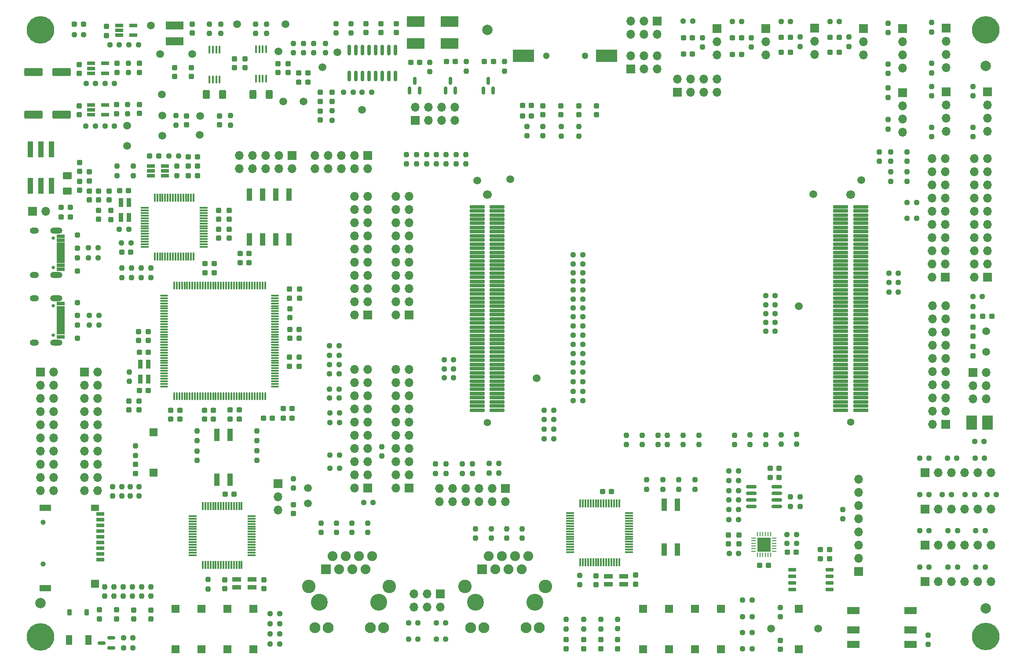
<source format=gbr>
%TF.GenerationSoftware,KiCad,Pcbnew,7.0.1*%
%TF.CreationDate,2023-05-17T15:07:38+08:00*%
%TF.ProjectId,PSVB_EvalBoard,50535642-5f45-4766-916c-426f6172642e,rev?*%
%TF.SameCoordinates,Original*%
%TF.FileFunction,Soldermask,Top*%
%TF.FilePolarity,Negative*%
%FSLAX46Y46*%
G04 Gerber Fmt 4.6, Leading zero omitted, Abs format (unit mm)*
G04 Created by KiCad (PCBNEW 7.0.1) date 2023-05-17 15:07:38*
%MOMM*%
%LPD*%
G01*
G04 APERTURE LIST*
G04 Aperture macros list*
%AMRoundRect*
0 Rectangle with rounded corners*
0 $1 Rounding radius*
0 $2 $3 $4 $5 $6 $7 $8 $9 X,Y pos of 4 corners*
0 Add a 4 corners polygon primitive as box body*
4,1,4,$2,$3,$4,$5,$6,$7,$8,$9,$2,$3,0*
0 Add four circle primitives for the rounded corners*
1,1,$1+$1,$2,$3*
1,1,$1+$1,$4,$5*
1,1,$1+$1,$6,$7*
1,1,$1+$1,$8,$9*
0 Add four rect primitives between the rounded corners*
20,1,$1+$1,$2,$3,$4,$5,0*
20,1,$1+$1,$4,$5,$6,$7,0*
20,1,$1+$1,$6,$7,$8,$9,0*
20,1,$1+$1,$8,$9,$2,$3,0*%
G04 Aperture macros list end*
%ADD10RoundRect,0.150000X0.150000X-0.587500X0.150000X0.587500X-0.150000X0.587500X-0.150000X-0.587500X0*%
%ADD11RoundRect,0.237500X0.237500X-0.300000X0.237500X0.300000X-0.237500X0.300000X-0.237500X-0.300000X0*%
%ADD12RoundRect,0.237500X0.300000X0.237500X-0.300000X0.237500X-0.300000X-0.237500X0.300000X-0.237500X0*%
%ADD13RoundRect,0.237500X0.237500X-0.250000X0.237500X0.250000X-0.237500X0.250000X-0.237500X-0.250000X0*%
%ADD14RoundRect,0.237500X0.237500X-0.287500X0.237500X0.287500X-0.237500X0.287500X-0.237500X-0.287500X0*%
%ADD15R,1.700000X1.700000*%
%ADD16O,1.700000X1.700000*%
%ADD17RoundRect,0.237500X-0.237500X0.250000X-0.237500X-0.250000X0.237500X-0.250000X0.237500X0.250000X0*%
%ADD18RoundRect,0.237500X-0.300000X-0.237500X0.300000X-0.237500X0.300000X0.237500X-0.300000X0.237500X0*%
%ADD19C,2.000000*%
%ADD20RoundRect,0.237500X-0.237500X0.300000X-0.237500X-0.300000X0.237500X-0.300000X0.237500X0.300000X0*%
%ADD21C,1.500000*%
%ADD22RoundRect,0.250000X-0.250000X0.250000X-0.250000X-0.250000X0.250000X-0.250000X0.250000X0.250000X0*%
%ADD23RoundRect,0.237500X-0.250000X-0.237500X0.250000X-0.237500X0.250000X0.237500X-0.250000X0.237500X0*%
%ADD24RoundRect,0.237500X-0.237500X0.287500X-0.237500X-0.287500X0.237500X-0.287500X0.237500X0.287500X0*%
%ADD25RoundRect,0.237500X0.250000X0.237500X-0.250000X0.237500X-0.250000X-0.237500X0.250000X-0.237500X0*%
%ADD26R,1.500000X1.500000*%
%ADD27RoundRect,0.150000X-0.150000X0.825000X-0.150000X-0.825000X0.150000X-0.825000X0.150000X0.825000X0*%
%ADD28R,1.120000X2.440000*%
%ADD29RoundRect,0.250000X1.500000X0.550000X-1.500000X0.550000X-1.500000X-0.550000X1.500000X-0.550000X0*%
%ADD30C,5.304000*%
%ADD31RoundRect,0.050000X0.500000X-1.500000X0.500000X1.500000X-0.500000X1.500000X-0.500000X-1.500000X0*%
%ADD32RoundRect,0.050000X-1.100000X-0.650000X1.100000X-0.650000X1.100000X0.650000X-1.100000X0.650000X0*%
%ADD33C,1.400000*%
%ADD34C,1.700000*%
%ADD35RoundRect,0.100000X1.300000X0.250000X-1.300000X0.250000X-1.300000X-0.250000X1.300000X-0.250000X0*%
%ADD36R,0.900000X1.750000*%
%ADD37RoundRect,0.150000X0.587500X0.150000X-0.587500X0.150000X-0.587500X-0.150000X0.587500X-0.150000X0*%
%ADD38C,0.650000*%
%ADD39RoundRect,0.070000X-0.725000X0.300000X-0.725000X-0.300000X0.725000X-0.300000X0.725000X0.300000X0*%
%ADD40RoundRect,0.070000X-0.725000X0.150000X-0.725000X-0.150000X0.725000X-0.150000X0.725000X0.150000X0*%
%ADD41O,2.340000X1.240000*%
%ADD42O,1.740000X1.240000*%
%ADD43R,1.560000X0.650000*%
%ADD44C,3.250000*%
%ADD45R,1.900000X1.900000*%
%ADD46C,1.900000*%
%ADD47C,2.100000*%
%ADD48C,2.600000*%
%ADD49RoundRect,0.250000X0.250000X-0.250000X0.250000X0.250000X-0.250000X0.250000X-0.250000X-0.250000X0*%
%ADD50R,3.500000X2.000000*%
%ADD51RoundRect,0.237500X0.287500X0.237500X-0.287500X0.237500X-0.287500X-0.237500X0.287500X-0.237500X0*%
%ADD52R,1.750000X0.900000*%
%ADD53C,1.300000*%
%ADD54RoundRect,0.050000X2.000000X1.150000X-2.000000X1.150000X-2.000000X-1.150000X2.000000X-1.150000X0*%
%ADD55RoundRect,0.062500X-0.062500X0.337500X-0.062500X-0.337500X0.062500X-0.337500X0.062500X0.337500X0*%
%ADD56RoundRect,0.062500X-0.337500X0.062500X-0.337500X-0.062500X0.337500X-0.062500X0.337500X0.062500X0*%
%ADD57R,2.600000X2.700000*%
%ADD58RoundRect,0.075000X0.075000X-0.700000X0.075000X0.700000X-0.075000X0.700000X-0.075000X-0.700000X0*%
%ADD59RoundRect,0.075000X0.700000X-0.075000X0.700000X0.075000X-0.700000X0.075000X-0.700000X-0.075000X0*%
%ADD60RoundRect,0.100000X0.100000X-0.637500X0.100000X0.637500X-0.100000X0.637500X-0.100000X-0.637500X0*%
%ADD61RoundRect,0.250000X-0.400000X-0.625000X0.400000X-0.625000X0.400000X0.625000X-0.400000X0.625000X0*%
%ADD62RoundRect,0.250001X-0.624999X0.462499X-0.624999X-0.462499X0.624999X-0.462499X0.624999X0.462499X0*%
%ADD63RoundRect,0.150000X-0.825000X-0.150000X0.825000X-0.150000X0.825000X0.150000X-0.825000X0.150000X0*%
%ADD64RoundRect,0.075000X-0.700000X-0.075000X0.700000X-0.075000X0.700000X0.075000X-0.700000X0.075000X0*%
%ADD65RoundRect,0.075000X-0.075000X-0.700000X0.075000X-0.700000X0.075000X0.700000X-0.075000X0.700000X0*%
%ADD66RoundRect,0.225000X-0.225000X-0.375000X0.225000X-0.375000X0.225000X0.375000X-0.225000X0.375000X0*%
%ADD67RoundRect,0.150000X-0.650000X-0.150000X0.650000X-0.150000X0.650000X0.150000X-0.650000X0.150000X0*%
%ADD68RoundRect,0.237500X-0.287500X-0.237500X0.287500X-0.237500X0.287500X0.237500X-0.287500X0.237500X0*%
%ADD69RoundRect,0.050000X-1.000000X-1.300000X1.000000X-1.300000X1.000000X1.300000X-1.000000X1.300000X0*%
%ADD70RoundRect,0.050000X-0.550000X-0.900000X0.550000X-0.900000X0.550000X0.900000X-0.550000X0.900000X0*%
%ADD71C,1.000000*%
%ADD72R,1.600000X0.700000*%
%ADD73R,1.500000X1.200000*%
%ADD74R,2.200000X1.200000*%
%ADD75R,1.500000X1.600000*%
%ADD76RoundRect,0.050000X-1.660000X0.750000X-1.660000X-0.750000X1.660000X-0.750000X1.660000X0.750000X0*%
%ADD77RoundRect,0.075000X-0.662500X-0.075000X0.662500X-0.075000X0.662500X0.075000X-0.662500X0.075000X0*%
%ADD78RoundRect,0.075000X-0.075000X-0.662500X0.075000X-0.662500X0.075000X0.662500X-0.075000X0.662500X0*%
G04 APERTURE END LIST*
D10*
%TO.C,U7*%
X125084800Y-45743100D03*
X126984800Y-45743100D03*
X126034800Y-43868100D03*
%TD*%
D11*
%TO.C,C17*%
X116713000Y-34578400D03*
X116713000Y-32853400D03*
%TD*%
D12*
%TO.C,C62*%
X80821700Y-109067600D03*
X79096700Y-109067600D03*
%TD*%
D13*
%TO.C,R102*%
X225552000Y-34450500D03*
X225552000Y-32625500D03*
%TD*%
D11*
%TO.C,C15*%
X122555000Y-34579500D03*
X122555000Y-32854500D03*
%TD*%
D14*
%TO.C,L4*%
X65227200Y-66813400D03*
X65227200Y-65063400D03*
%TD*%
%TO.C,LED12*%
X75285600Y-147585400D03*
X75285600Y-145835400D03*
%TD*%
D15*
%TO.C,J9*%
X125000000Y-122326400D03*
D16*
X122460000Y-122326400D03*
X125000000Y-119786400D03*
X122460000Y-119786400D03*
X125000000Y-117246400D03*
X122460000Y-117246400D03*
X125000000Y-114706400D03*
X122460000Y-114706400D03*
X125000000Y-112166400D03*
X122460000Y-112166400D03*
X125000000Y-109626400D03*
X122460000Y-109626400D03*
X125000000Y-107086400D03*
X122460000Y-107086400D03*
X125000000Y-104546400D03*
X122460000Y-104546400D03*
X125000000Y-102006400D03*
X122460000Y-102006400D03*
X125000000Y-99466400D03*
X122460000Y-99466400D03*
%TD*%
D17*
%TO.C,R72*%
X198374000Y-124055500D03*
X198374000Y-125880500D03*
%TD*%
D18*
%TO.C,C28*%
X58014700Y-70104000D03*
X59739700Y-70104000D03*
%TD*%
D14*
%TO.C,LED11*%
X71983600Y-147585400D03*
X71983600Y-145835400D03*
%TD*%
D19*
%TO.C,MARK1*%
X54000000Y-144500000D03*
%TD*%
D20*
%TO.C,C21*%
X110185200Y-46076700D03*
X110185200Y-47801700D03*
%TD*%
D11*
%TO.C,C7*%
X66751200Y-35101700D03*
X66751200Y-33376700D03*
%TD*%
D12*
%TO.C,C93*%
X198347500Y-35433000D03*
X196622500Y-35433000D03*
%TD*%
%TO.C,C52*%
X92251700Y-107289600D03*
X90526700Y-107289600D03*
%TD*%
D13*
%TO.C,R186*%
X134010400Y-59891300D03*
X134010400Y-58066300D03*
%TD*%
D11*
%TO.C,C77*%
X97028000Y-141730900D03*
X97028000Y-140005900D03*
%TD*%
D21*
%TO.C,TP13*%
X77470000Y-54406800D03*
%TD*%
D17*
%TO.C,R84*%
X161848800Y-147677500D03*
X161848800Y-149502500D03*
%TD*%
D22*
%TO.C,ESD4*%
X61163200Y-90952000D03*
X61163200Y-93452000D03*
%TD*%
D14*
%TO.C,3V3_PWR*%
X73101200Y-42226200D03*
X73101200Y-40476200D03*
%TD*%
D23*
%TO.C,R6*%
X66446400Y-52578000D03*
X68271400Y-52578000D03*
%TD*%
%TO.C,R224*%
X156567500Y-100025200D03*
X158392500Y-100025200D03*
%TD*%
D18*
%TO.C,C36*%
X69241500Y-64996400D03*
X70966500Y-64996400D03*
%TD*%
D20*
%TO.C,C23*%
X101701600Y-40539500D03*
X101701600Y-42264500D03*
%TD*%
D12*
%TO.C,C91*%
X188949500Y-35560000D03*
X187224500Y-35560000D03*
%TD*%
D24*
%TO.C,LED8*%
X150723600Y-48655000D03*
X150723600Y-50405000D03*
%TD*%
D25*
%TO.C,R203*%
X118055400Y-125171200D03*
X116230400Y-125171200D03*
%TD*%
D26*
%TO.C,KEY6*%
X80000000Y-145600000D03*
X80000000Y-153400000D03*
%TD*%
D21*
%TO.C,TP21*%
X199999600Y-87325200D03*
%TD*%
D15*
%TO.C,AKINA_JTAG1*%
X116987400Y-58262600D03*
D16*
X116987400Y-60802600D03*
X114447400Y-58262600D03*
X114447400Y-60802600D03*
X111907400Y-58262600D03*
X111907400Y-60802600D03*
X109367400Y-58262600D03*
X109367400Y-60802600D03*
X106827400Y-58262600D03*
X106827400Y-60802600D03*
%TD*%
D21*
%TO.C,TP18*%
X144475200Y-62839600D03*
%TD*%
D27*
%TO.C,U6*%
X122351800Y-37961800D03*
X121081800Y-37961800D03*
X119811800Y-37961800D03*
X118541800Y-37961800D03*
X117271800Y-37961800D03*
X116001800Y-37961800D03*
X114731800Y-37961800D03*
X113461800Y-37961800D03*
X113461800Y-42911800D03*
X114731800Y-42911800D03*
X116001800Y-42911800D03*
X117271800Y-42911800D03*
X118541800Y-42911800D03*
X119811800Y-42911800D03*
X121081800Y-42911800D03*
X122351800Y-42911800D03*
%TD*%
D23*
%TO.C,R28*%
X63247900Y-76047600D03*
X65072900Y-76047600D03*
%TD*%
D12*
%TO.C,C80*%
X196188500Y-118491000D03*
X194463500Y-118491000D03*
%TD*%
D13*
%TO.C,R105*%
X225552000Y-54643500D03*
X225552000Y-52818500D03*
%TD*%
D20*
%TO.C,C69*%
X71069200Y-105563500D03*
X71069200Y-107288500D03*
%TD*%
%TO.C,C57*%
X72948800Y-105562400D03*
X72948800Y-107287400D03*
%TD*%
D17*
%TO.C,R40*%
X72288400Y-114251100D03*
X72288400Y-116076100D03*
%TD*%
D23*
%TO.C,R195*%
X109679100Y-103276400D03*
X111504100Y-103276400D03*
%TD*%
%TO.C,R194*%
X109729900Y-107899200D03*
X111554900Y-107899200D03*
%TD*%
D24*
%TO.C,LED5*%
X161036000Y-48655000D03*
X161036000Y-50405000D03*
%TD*%
D11*
%TO.C,C97*%
X233476800Y-93065600D03*
X233476800Y-91340600D03*
%TD*%
D23*
%TO.C,R220*%
X156567500Y-80822800D03*
X158392500Y-80822800D03*
%TD*%
D18*
%TO.C,C83*%
X197761500Y-134677000D03*
X199486500Y-134677000D03*
%TD*%
D17*
%TO.C,R137*%
X75285600Y-141376400D03*
X75285600Y-143201400D03*
%TD*%
%TO.C,R49*%
X146764000Y-130200400D03*
X146764000Y-132025400D03*
%TD*%
%TO.C,R56*%
X117000000Y-129087500D03*
X117000000Y-130912500D03*
%TD*%
D23*
%TO.C,R196*%
X109729900Y-109728000D03*
X111554900Y-109728000D03*
%TD*%
D13*
%TO.C,R36*%
X69642200Y-81784200D03*
X69642200Y-79959200D03*
%TD*%
D18*
%TO.C,C68*%
X85700700Y-79044800D03*
X87425700Y-79044800D03*
%TD*%
%TO.C,C67*%
X92456000Y-77114400D03*
X94181000Y-77114400D03*
%TD*%
D11*
%TO.C,C3*%
X61468000Y-42416900D03*
X61468000Y-40691900D03*
%TD*%
D25*
%TO.C,R151*%
X219149300Y-80924400D03*
X217324300Y-80924400D03*
%TD*%
D23*
%TO.C,R214*%
X156567500Y-91135200D03*
X158392500Y-91135200D03*
%TD*%
%TO.C,R66*%
X186563000Y-120925790D03*
X188388000Y-120925790D03*
%TD*%
D13*
%TO.C,R147*%
X196596000Y-113891700D03*
X196596000Y-112066700D03*
%TD*%
%TO.C,R64*%
X173786800Y-122578500D03*
X173786800Y-120753500D03*
%TD*%
D28*
%TO.C,BOOT_MODE1*%
X90525600Y-112128600D03*
X87985600Y-112128600D03*
X87985600Y-120738600D03*
X90525600Y-120738600D03*
%TD*%
D17*
%TO.C,R156*%
X217678000Y-61419100D03*
X217678000Y-63244100D03*
%TD*%
%TO.C,R32*%
X71882000Y-60301500D03*
X71882000Y-62126500D03*
%TD*%
D29*
%TO.C,C2*%
X58072000Y-42164000D03*
X52672000Y-42164000D03*
%TD*%
D30*
%TO.C,T1*%
X54000000Y-34000000D03*
%TD*%
D17*
%TO.C,R199*%
X66395600Y-141378300D03*
X66395600Y-143203300D03*
%TD*%
D23*
%TO.C,R197*%
X109679100Y-105003600D03*
X111504100Y-105003600D03*
%TD*%
D12*
%TO.C,C71*%
X98652500Y-108915200D03*
X96927500Y-108915200D03*
%TD*%
D25*
%TO.C,R121*%
X230528500Y-137541000D03*
X228703500Y-137541000D03*
%TD*%
D12*
%TO.C,C63*%
X92251700Y-109067600D03*
X90526700Y-109067600D03*
%TD*%
D18*
%TO.C,C26*%
X132131900Y-40132000D03*
X133856900Y-40132000D03*
%TD*%
D15*
%TO.C,J22*%
X224282000Y-133350000D03*
D16*
X226822000Y-133350000D03*
X229362000Y-133350000D03*
X231902000Y-133350000D03*
X234442000Y-133350000D03*
X236982000Y-133350000D03*
%TD*%
D26*
%TO.C,KEY7*%
X85000000Y-145600000D03*
X85000000Y-153400000D03*
%TD*%
D23*
%TO.C,R219*%
X156567500Y-82499200D03*
X158392500Y-82499200D03*
%TD*%
D11*
%TO.C,C30*%
X61518800Y-61314500D03*
X61518800Y-59589500D03*
%TD*%
D25*
%TO.C,R74*%
X199536500Y-133000600D03*
X197711500Y-133000600D03*
%TD*%
D14*
%TO.C,LED2*%
X158546800Y-153327700D03*
X158546800Y-151577700D03*
%TD*%
D13*
%TO.C,R94*%
X137134600Y-119532400D03*
X137134600Y-117707400D03*
%TD*%
D15*
%TO.C,J13*%
X233522600Y-100091000D03*
D16*
X236062600Y-100091000D03*
X233522600Y-102631000D03*
X236062600Y-102631000D03*
X233522600Y-105171000D03*
X236062600Y-105171000D03*
%TD*%
D31*
%TO.C,POWER1*%
X52102000Y-64079000D03*
X54102000Y-64079000D03*
X56102000Y-64079000D03*
X52102000Y-57079000D03*
X54102000Y-57079000D03*
X56102000Y-57079000D03*
%TD*%
D20*
%TO.C,C31*%
X65227200Y-68835100D03*
X65227200Y-70560100D03*
%TD*%
D25*
%TO.C,R169*%
X195423800Y-85293200D03*
X193598800Y-85293200D03*
%TD*%
D23*
%TO.C,R7*%
X62739900Y-52578000D03*
X64564900Y-52578000D03*
%TD*%
D25*
%TO.C,R178*%
X133549400Y-99364800D03*
X131724400Y-99364800D03*
%TD*%
D17*
%TO.C,R16*%
X110921800Y-32804500D03*
X110921800Y-34629500D03*
%TD*%
D20*
%TO.C,C64*%
X103835200Y-97130700D03*
X103835200Y-98855700D03*
%TD*%
D15*
%TO.C,J21*%
X224282000Y-126365000D03*
D16*
X226822000Y-126365000D03*
X229362000Y-126365000D03*
X231902000Y-126365000D03*
X234442000Y-126365000D03*
X236982000Y-126365000D03*
%TD*%
D13*
%TO.C,R86*%
X157632400Y-54506500D03*
X157632400Y-52681500D03*
%TD*%
%TO.C,R37*%
X73401400Y-81784200D03*
X73401400Y-79959200D03*
%TD*%
D12*
%TO.C,C86*%
X205891300Y-135991600D03*
X204166300Y-135991600D03*
%TD*%
D23*
%TO.C,R207*%
X156567500Y-79146400D03*
X158392500Y-79146400D03*
%TD*%
D15*
%TO.C,J28*%
X99771200Y-121462800D03*
D16*
X99771200Y-124002800D03*
X99771200Y-126542800D03*
%TD*%
D17*
%TO.C,R155*%
X220776800Y-57558300D03*
X220776800Y-59383300D03*
%TD*%
D23*
%TO.C,R215*%
X156567500Y-89357200D03*
X158392500Y-89357200D03*
%TD*%
D21*
%TO.C,TP4*%
X99822000Y-38150800D03*
%TD*%
%TO.C,TP22*%
X108305600Y-41249600D03*
%TD*%
D20*
%TO.C,C14*%
X82092800Y-50597900D03*
X82092800Y-52322900D03*
%TD*%
D12*
%TO.C,C95*%
X207745500Y-35433000D03*
X206020500Y-35433000D03*
%TD*%
D17*
%TO.C,R134*%
X69900800Y-141376400D03*
X69900800Y-143201400D03*
%TD*%
D25*
%TO.C,R179*%
X133549400Y-97586800D03*
X131724400Y-97586800D03*
%TD*%
D23*
%TO.C,R127*%
X196572500Y-32385000D03*
X198397500Y-32385000D03*
%TD*%
D19*
%TO.C,MARK4*%
X140000000Y-34000000D03*
%TD*%
D17*
%TO.C,R14*%
X86512400Y-32920300D03*
X86512400Y-34745300D03*
%TD*%
D32*
%TO.C,KEY5*%
X210500000Y-146000000D03*
X210500000Y-149700000D03*
X210500000Y-152500000D03*
X221500000Y-152500000D03*
X221500000Y-149700000D03*
X221500000Y-146000000D03*
%TD*%
D23*
%TO.C,R79*%
X189181100Y-147116800D03*
X191006100Y-147116800D03*
%TD*%
%TO.C,R227*%
X156567500Y-94691200D03*
X158392500Y-94691200D03*
%TD*%
%TO.C,R54*%
X124866500Y-151485600D03*
X126691500Y-151485600D03*
%TD*%
D15*
%TO.C,J29*%
X167655000Y-41559400D03*
D16*
X167655000Y-39019400D03*
X170195000Y-41559400D03*
X170195000Y-39019400D03*
X172735000Y-41559400D03*
X172735000Y-39019400D03*
%TD*%
D15*
%TO.C,J8*%
X228244400Y-110083600D03*
D16*
X225704400Y-110083600D03*
X228244400Y-107543600D03*
X225704400Y-107543600D03*
X228244400Y-105003600D03*
X225704400Y-105003600D03*
X228244400Y-102463600D03*
X225704400Y-102463600D03*
X228244400Y-99923600D03*
X225704400Y-99923600D03*
X228244400Y-97383600D03*
X225704400Y-97383600D03*
X228244400Y-94843600D03*
X225704400Y-94843600D03*
X228244400Y-92303600D03*
X225704400Y-92303600D03*
X228244400Y-89763600D03*
X225704400Y-89763600D03*
X228244400Y-87223600D03*
X225704400Y-87223600D03*
%TD*%
D22*
%TO.C,ESD2*%
X61112400Y-77998000D03*
X61112400Y-80498000D03*
%TD*%
D15*
%TO.C,J26*%
X203073000Y-33655000D03*
D16*
X203073000Y-36195000D03*
X203073000Y-38735000D03*
%TD*%
D25*
%TO.C,R119*%
X235862500Y-130556000D03*
X234037500Y-130556000D03*
%TD*%
D26*
%TO.C,AKINA_RESET1*%
X200000000Y-153400000D03*
X200000000Y-145600000D03*
%TD*%
D17*
%TO.C,R20*%
X106629200Y-36628700D03*
X106629200Y-38453700D03*
%TD*%
D12*
%TO.C,C81*%
X196188500Y-120269000D03*
X194463500Y-120269000D03*
%TD*%
D13*
%TO.C,R90*%
X140356253Y-119452053D03*
X140356253Y-117627053D03*
%TD*%
D33*
%TO.C,BTB100x1*%
X210000000Y-109675000D03*
D34*
X210000000Y-65775000D03*
D33*
X140000000Y-109725000D03*
D34*
X140000000Y-65775000D03*
D35*
X211950000Y-107325000D03*
X211950000Y-106525000D03*
X211950000Y-105725000D03*
X211950000Y-104925000D03*
X211950000Y-104125000D03*
X211950000Y-103325000D03*
X211950000Y-102525000D03*
X211950000Y-101725000D03*
X211950000Y-100925000D03*
X211950000Y-100125000D03*
X211950000Y-99325000D03*
X211950000Y-98525000D03*
X211950000Y-97725000D03*
X211950000Y-96925000D03*
X211950000Y-96125000D03*
X211950000Y-95325000D03*
X211950000Y-94525000D03*
X211950000Y-93725000D03*
X211950000Y-92925000D03*
X211950000Y-92125000D03*
X211950000Y-91325000D03*
X211950000Y-90525000D03*
X211950000Y-89725000D03*
X211950000Y-88925000D03*
X211950000Y-88125000D03*
X211950000Y-87325000D03*
X211950000Y-86525000D03*
X211950000Y-85725000D03*
X211950000Y-84925000D03*
X211950000Y-84125000D03*
X211950000Y-83325000D03*
X211950000Y-82525000D03*
X211950000Y-81725000D03*
X211950000Y-80925000D03*
X211950000Y-80125000D03*
X211950000Y-79325000D03*
X211950000Y-78525000D03*
X211950000Y-77725000D03*
X211950000Y-76925000D03*
X211950000Y-76125000D03*
X211950000Y-75325000D03*
X211950000Y-74525000D03*
X211950000Y-73725000D03*
X211950000Y-72925000D03*
X211950000Y-72125000D03*
X211950000Y-71325000D03*
X211950000Y-70525000D03*
X211950000Y-69725000D03*
X211950000Y-68925000D03*
X211950000Y-68125000D03*
X208050000Y-107325000D03*
X208050000Y-106525000D03*
X208050000Y-105725000D03*
X208050000Y-104925000D03*
X208050000Y-104125000D03*
X208050000Y-103325000D03*
X208050000Y-102525000D03*
X208050000Y-101725000D03*
X208050000Y-100925000D03*
X208050000Y-100125000D03*
X208050000Y-99325000D03*
X208050000Y-98525000D03*
X208050000Y-97725000D03*
X208050000Y-96925000D03*
X208050000Y-96125000D03*
X208050000Y-95325000D03*
X208050000Y-94525000D03*
X208050000Y-93725000D03*
X208050000Y-92925000D03*
X208050000Y-92125000D03*
X208050000Y-91325000D03*
X208050000Y-90525000D03*
X208050000Y-89725000D03*
X208050000Y-88925000D03*
X208050000Y-88125000D03*
X208050000Y-87325000D03*
X208050000Y-86525000D03*
X208050000Y-85725000D03*
X208050000Y-84925000D03*
X208050000Y-84125000D03*
X208050000Y-83325000D03*
X208050000Y-82525000D03*
X208050000Y-81725000D03*
X208050000Y-80925000D03*
X208050000Y-80125000D03*
X208050000Y-79325000D03*
X208050000Y-78525000D03*
X208050000Y-77725000D03*
X208050000Y-76925000D03*
X208050000Y-76125000D03*
X208050000Y-75325000D03*
X208050000Y-74525000D03*
X208050000Y-73725000D03*
X208050000Y-72925000D03*
X208050000Y-72125000D03*
X208050000Y-71325000D03*
X208050000Y-70525000D03*
X208050000Y-69725000D03*
X208050000Y-68925000D03*
X208050000Y-68125000D03*
X141900000Y-107325000D03*
X141900000Y-106525000D03*
X141900000Y-105725000D03*
X141900000Y-104925000D03*
X141900000Y-104125000D03*
X141900000Y-103325000D03*
X141900000Y-102525000D03*
X141900000Y-101725000D03*
X141900000Y-100925000D03*
X141900000Y-100125000D03*
X141900000Y-99325000D03*
X141900000Y-98525000D03*
X141900000Y-97725000D03*
X141900000Y-96925000D03*
X141900000Y-96125000D03*
X141900000Y-95325000D03*
X141900000Y-94525000D03*
X141900000Y-93725000D03*
X141900000Y-92925000D03*
X141900000Y-92125000D03*
X141900000Y-91325000D03*
X141900000Y-90525000D03*
X141900000Y-89725000D03*
X141900000Y-88925000D03*
X141900000Y-88125000D03*
X141900000Y-87325000D03*
X141900000Y-86525000D03*
X141900000Y-85725000D03*
X141900000Y-84925000D03*
X141900000Y-84125000D03*
X141900000Y-83325000D03*
X141900000Y-82525000D03*
X141900000Y-81725000D03*
X141900000Y-80925000D03*
X141900000Y-80125000D03*
X141900000Y-79325000D03*
X141900000Y-78525000D03*
X141900000Y-77725000D03*
X141900000Y-76925000D03*
X141900000Y-76125000D03*
X141900000Y-75325000D03*
X141900000Y-74525000D03*
X141900000Y-73725000D03*
X141900000Y-72925000D03*
X141900000Y-72125000D03*
X141900000Y-71325000D03*
X141900000Y-70525000D03*
X141900000Y-69725000D03*
X141900000Y-68925000D03*
X141900000Y-68125000D03*
X138100000Y-107325000D03*
X138100000Y-106525000D03*
X138100000Y-105725000D03*
X138100000Y-104925000D03*
X138100000Y-104125000D03*
X138100000Y-103325000D03*
X138100000Y-102525000D03*
X138100000Y-101725000D03*
X138100000Y-100925000D03*
X138100000Y-100125000D03*
X138100000Y-99325000D03*
X138100000Y-98525000D03*
X138100000Y-97725000D03*
X138100000Y-96925000D03*
X138100000Y-96125000D03*
X138100000Y-95325000D03*
X138100000Y-94525000D03*
X138100000Y-93725000D03*
X138100000Y-92925000D03*
X138100000Y-92125000D03*
X138100000Y-91325000D03*
X138100000Y-90525000D03*
X138100000Y-89725000D03*
X138100000Y-88925000D03*
X138100000Y-88125000D03*
X138100000Y-87325000D03*
X138100000Y-86525000D03*
X138100000Y-85725000D03*
X138100000Y-84925000D03*
X138100000Y-84125000D03*
X138100000Y-83325000D03*
X138100000Y-82525000D03*
X138100000Y-81725000D03*
X138100000Y-80925000D03*
X138100000Y-80125000D03*
X138100000Y-79325000D03*
X138100000Y-78525000D03*
X138100000Y-77725000D03*
X138100000Y-76925000D03*
X138100000Y-76125000D03*
X138100000Y-75325000D03*
X138100000Y-74525000D03*
X138100000Y-73725000D03*
X138100000Y-72925000D03*
X138100000Y-72125000D03*
X138100000Y-71325000D03*
X138100000Y-70525000D03*
X138100000Y-69725000D03*
X138100000Y-68925000D03*
X138100000Y-68125000D03*
%TD*%
D23*
%TO.C,R67*%
X186563000Y-122830790D03*
X188388000Y-122830790D03*
%TD*%
D12*
%TO.C,C78*%
X91286500Y-123494800D03*
X89561500Y-123494800D03*
%TD*%
D21*
%TO.C,TP16*%
X100787200Y-47853600D03*
%TD*%
D25*
%TO.C,R114*%
X229385500Y-123571000D03*
X227560500Y-123571000D03*
%TD*%
D12*
%TO.C,C35*%
X76757700Y-58369200D03*
X75032700Y-58369200D03*
%TD*%
%TO.C,C19*%
X105459700Y-44145200D03*
X103734700Y-44145200D03*
%TD*%
D11*
%TO.C,C5*%
X61468000Y-50393600D03*
X61468000Y-48668600D03*
%TD*%
D12*
%TO.C,C61*%
X87323000Y-109067600D03*
X85598000Y-109067600D03*
%TD*%
D25*
%TO.C,R70*%
X188364500Y-124608790D03*
X186539500Y-124608790D03*
%TD*%
D30*
%TO.C,T4*%
X235983200Y-150971600D03*
%TD*%
D25*
%TO.C,R116*%
X238021500Y-123571000D03*
X236196500Y-123571000D03*
%TD*%
D18*
%TO.C,C82*%
X192427500Y-137267800D03*
X194152500Y-137267800D03*
%TD*%
D36*
%TO.C,X2*%
X71031400Y-70205600D03*
X71031400Y-67305600D03*
X69481400Y-67305600D03*
X69481400Y-70205600D03*
%TD*%
D17*
%TO.C,R22*%
X113766600Y-32804500D03*
X113766600Y-34629500D03*
%TD*%
D37*
%TO.C,Q1*%
X67637900Y-153146800D03*
X67637900Y-151246800D03*
X65762900Y-152196800D03*
%TD*%
D18*
%TO.C,C56*%
X85700700Y-80873600D03*
X87425700Y-80873600D03*
%TD*%
D38*
%TO.C,USB2*%
X56500000Y-87160000D03*
X56500000Y-92875000D03*
D39*
X57945000Y-86800000D03*
X57945000Y-87600000D03*
D40*
X57945000Y-88250000D03*
X57945000Y-88750000D03*
X57945000Y-89250000D03*
X57945000Y-89750000D03*
X57945000Y-90250000D03*
X57945000Y-90750000D03*
X57945000Y-91250000D03*
X57945000Y-91750000D03*
D39*
X57945000Y-92400000D03*
X57945000Y-93200000D03*
D41*
X57030000Y-85730000D03*
X57030000Y-94275000D03*
D42*
X52850000Y-85730000D03*
X52850000Y-94275000D03*
%TD*%
D25*
%TO.C,R113*%
X225067500Y-123571000D03*
X223242500Y-123571000D03*
%TD*%
D24*
%TO.C,LED7*%
X154178000Y-48655000D03*
X154178000Y-50405000D03*
%TD*%
D12*
%TO.C,C70*%
X102462500Y-107035600D03*
X100737500Y-107035600D03*
%TD*%
D10*
%TO.C,U8*%
X131993600Y-45743100D03*
X133893600Y-45743100D03*
X132943600Y-43868100D03*
%TD*%
D14*
%TO.C,LED3*%
X161848800Y-153337200D03*
X161848800Y-151587200D03*
%TD*%
D23*
%TO.C,R222*%
X156567500Y-103682800D03*
X158392500Y-103682800D03*
%TD*%
D15*
%TO.C,J14*%
X219964000Y-33792000D03*
D16*
X219964000Y-36332000D03*
X219964000Y-38872000D03*
X219964000Y-41412000D03*
%TD*%
D13*
%TO.C,R95*%
X132054600Y-119507000D03*
X132054600Y-117682000D03*
%TD*%
D26*
%TO.C,KEY9*%
X95000000Y-145600000D03*
X95000000Y-153400000D03*
%TD*%
D23*
%TO.C,R141*%
X98249100Y-148488400D03*
X100074100Y-148488400D03*
%TD*%
D13*
%TO.C,R131*%
X102671200Y-122375300D03*
X102671200Y-120550300D03*
%TD*%
D17*
%TO.C,R43*%
X95707200Y-115165500D03*
X95707200Y-116990500D03*
%TD*%
D23*
%TO.C,R213*%
X156567500Y-92913200D03*
X158392500Y-92913200D03*
%TD*%
D43*
%TO.C,U2*%
X63724800Y-48478400D03*
X63724800Y-49428400D03*
X63724800Y-50378400D03*
X66424800Y-50378400D03*
X66424800Y-48478400D03*
%TD*%
D13*
%TO.C,R45*%
X84175600Y-113180500D03*
X84175600Y-111355500D03*
%TD*%
D17*
%TO.C,R50*%
X140764000Y-130200400D03*
X140764000Y-132025400D03*
%TD*%
D15*
%TO.C,J12*%
X236270800Y-81686400D03*
D16*
X233730800Y-81686400D03*
X236270800Y-79146400D03*
X233730800Y-79146400D03*
X236270800Y-76606400D03*
X233730800Y-76606400D03*
X236270800Y-74066400D03*
X233730800Y-74066400D03*
X236270800Y-71526400D03*
X233730800Y-71526400D03*
X236270800Y-68986400D03*
X233730800Y-68986400D03*
X236270800Y-66446400D03*
X233730800Y-66446400D03*
X236270800Y-63906400D03*
X233730800Y-63906400D03*
X236270800Y-61366400D03*
X233730800Y-61366400D03*
X236270800Y-58826400D03*
X233730800Y-58826400D03*
%TD*%
D23*
%TO.C,R4*%
X66448300Y-44348400D03*
X68273300Y-44348400D03*
%TD*%
D11*
%TO.C,C49*%
X74803000Y-93928100D03*
X74803000Y-92203100D03*
%TD*%
D21*
%TO.C,TP20*%
X202742800Y-65735200D03*
%TD*%
D13*
%TO.C,R171*%
X169824400Y-113993300D03*
X169824400Y-112168300D03*
%TD*%
D25*
%TO.C,R31*%
X71016500Y-72464000D03*
X69191500Y-72464000D03*
%TD*%
D13*
%TO.C,R181*%
X126390400Y-59891300D03*
X126390400Y-58066300D03*
%TD*%
D44*
%TO.C,ETH2*%
X107730000Y-144350000D03*
X119160000Y-144350000D03*
D45*
X109000000Y-138000000D03*
D46*
X110270000Y-135460000D03*
X111540000Y-138000000D03*
X112810000Y-135460000D03*
X114080000Y-138000000D03*
X115350000Y-135460000D03*
X116620000Y-138000000D03*
X117890000Y-135460000D03*
D47*
X106820000Y-149250000D03*
X109360000Y-149250000D03*
X117530000Y-149250000D03*
X120070000Y-149250000D03*
D48*
X105700000Y-141300000D03*
X121190000Y-141300000D03*
%TD*%
D23*
%TO.C,R5*%
X62790700Y-44348400D03*
X64615700Y-44348400D03*
%TD*%
D17*
%TO.C,R13*%
X88696800Y-32920300D03*
X88696800Y-34745300D03*
%TD*%
D49*
%TO.C,ESD1*%
X61112400Y-76078400D03*
X61112400Y-73578400D03*
%TD*%
D21*
%TO.C,TP26*%
X138074400Y-63042800D03*
%TD*%
D14*
%TO.C,LED9*%
X65379600Y-147574000D03*
X65379600Y-145824000D03*
%TD*%
D50*
%TO.C,X1*%
X132764600Y-32429800D03*
X126264600Y-32429800D03*
X126264600Y-36629800D03*
X132764600Y-36629800D03*
%TD*%
D25*
%TO.C,R47*%
X132025500Y-148336000D03*
X130200500Y-148336000D03*
%TD*%
D13*
%TO.C,R164*%
X215493600Y-59383300D03*
X215493600Y-57558300D03*
%TD*%
D17*
%TO.C,R161*%
X177698400Y-112168300D03*
X177698400Y-113993300D03*
%TD*%
%TO.C,R136*%
X73507600Y-141376400D03*
X73507600Y-143201400D03*
%TD*%
%TO.C,R124*%
X181456500Y-35521500D03*
X181456500Y-37346500D03*
%TD*%
D23*
%TO.C,R1*%
X60504700Y-34950400D03*
X62329700Y-34950400D03*
%TD*%
%TO.C,R223*%
X156567500Y-101854000D03*
X158392500Y-101854000D03*
%TD*%
D13*
%TO.C,R146*%
X193598800Y-113942500D03*
X193598800Y-112117500D03*
%TD*%
D21*
%TO.C,TP5*%
X91846400Y-32918400D03*
%TD*%
D17*
%TO.C,R11*%
X95453200Y-32920300D03*
X95453200Y-34745300D03*
%TD*%
D21*
%TO.C,TP6*%
X84632800Y-54305200D03*
%TD*%
D20*
%TO.C,C43*%
X88290400Y-72441900D03*
X88290400Y-74166900D03*
%TD*%
D25*
%TO.C,R150*%
X219149300Y-82753200D03*
X217324300Y-82753200D03*
%TD*%
D13*
%TO.C,R92*%
X130073400Y-119507000D03*
X130073400Y-117682000D03*
%TD*%
D12*
%TO.C,C89*%
X179525000Y-35545000D03*
X177800000Y-35545000D03*
%TD*%
D23*
%TO.C,R189*%
X109729900Y-118567200D03*
X111554900Y-118567200D03*
%TD*%
D13*
%TO.C,R144*%
X187604400Y-113993300D03*
X187604400Y-112168300D03*
%TD*%
D12*
%TO.C,C87*%
X205891300Y-134162800D03*
X204166300Y-134162800D03*
%TD*%
D13*
%TO.C,R101*%
X217170000Y-42451500D03*
X217170000Y-40626500D03*
%TD*%
D15*
%TO.C,ST_JTAG1*%
X102463600Y-58267600D03*
D16*
X102463600Y-60807600D03*
X99923600Y-58267600D03*
X99923600Y-60807600D03*
X97383600Y-58267600D03*
X97383600Y-60807600D03*
X94843600Y-58267600D03*
X94843600Y-60807600D03*
X92303600Y-58267600D03*
X92303600Y-60807600D03*
%TD*%
D20*
%TO.C,C42*%
X88290400Y-68835100D03*
X88290400Y-70560100D03*
%TD*%
D25*
%TO.C,R68*%
X188364500Y-128418790D03*
X186539500Y-128418790D03*
%TD*%
%TO.C,R167*%
X195423800Y-88717600D03*
X193598800Y-88717600D03*
%TD*%
D17*
%TO.C,R10*%
X97536000Y-32920300D03*
X97536000Y-34745300D03*
%TD*%
D13*
%TO.C,R148*%
X199593200Y-113839000D03*
X199593200Y-112014000D03*
%TD*%
D23*
%TO.C,R221*%
X156567500Y-105511600D03*
X158392500Y-105511600D03*
%TD*%
D15*
%TO.C,J7*%
X228219000Y-81686400D03*
D16*
X225679000Y-81686400D03*
X228219000Y-79146400D03*
X225679000Y-79146400D03*
X228219000Y-76606400D03*
X225679000Y-76606400D03*
X228219000Y-74066400D03*
X225679000Y-74066400D03*
X228219000Y-71526400D03*
X225679000Y-71526400D03*
X228219000Y-68986400D03*
X225679000Y-68986400D03*
X228219000Y-66446400D03*
X225679000Y-66446400D03*
X228219000Y-63906400D03*
X225679000Y-63906400D03*
X228219000Y-61366400D03*
X225679000Y-61366400D03*
X228219000Y-58826400D03*
X225679000Y-58826400D03*
%TD*%
D51*
%TO.C,L2*%
X59752200Y-68224400D03*
X58002200Y-68224400D03*
%TD*%
D13*
%TO.C,R93*%
X142235853Y-119452053D03*
X142235853Y-117627053D03*
%TD*%
D14*
%TO.C,1V8_PWR*%
X73101200Y-50151000D03*
X73101200Y-48401000D03*
%TD*%
D15*
%TO.C,J25*%
X193675000Y-33782000D03*
D16*
X193675000Y-36322000D03*
X193675000Y-38862000D03*
%TD*%
D17*
%TO.C,R57*%
X111000000Y-129087500D03*
X111000000Y-130912500D03*
%TD*%
D25*
%TO.C,R191*%
X111504100Y-98552000D03*
X109679100Y-98552000D03*
%TD*%
D13*
%TO.C,R182*%
X72999600Y-123899300D03*
X72999600Y-122074300D03*
%TD*%
D52*
%TO.C,X5*%
X94718800Y-139941000D03*
X91818800Y-139941000D03*
X91818800Y-141491000D03*
X94718800Y-141491000D03*
%TD*%
D23*
%TO.C,R65*%
X186539500Y-119020790D03*
X188364500Y-119020790D03*
%TD*%
D15*
%TO.C,J30*%
X172705000Y-32354600D03*
D16*
X172705000Y-34894600D03*
X170165000Y-32354600D03*
X170165000Y-34894600D03*
X167625000Y-32354600D03*
X167625000Y-34894600D03*
%TD*%
D23*
%TO.C,R78*%
X189181100Y-150215600D03*
X191006100Y-150215600D03*
%TD*%
D13*
%TO.C,R103*%
X225552000Y-42324500D03*
X225552000Y-40499500D03*
%TD*%
D25*
%TO.C,R73*%
X199536500Y-131324200D03*
X197711500Y-131324200D03*
%TD*%
D13*
%TO.C,R89*%
X147624800Y-54457600D03*
X147624800Y-52632600D03*
%TD*%
%TO.C,R39*%
X75281000Y-81784200D03*
X75281000Y-79959200D03*
%TD*%
D21*
%TO.C,TP30*%
X203708000Y-149402800D03*
%TD*%
D23*
%TO.C,R123*%
X177750000Y-32370000D03*
X179575000Y-32370000D03*
%TD*%
D11*
%TO.C,C72*%
X102006400Y-89508500D03*
X102006400Y-87783500D03*
%TD*%
D20*
%TO.C,C41*%
X90373200Y-68835100D03*
X90373200Y-70560100D03*
%TD*%
D15*
%TO.C,J20*%
X224282000Y-119380000D03*
D16*
X226822000Y-119380000D03*
X229362000Y-119380000D03*
X231902000Y-119380000D03*
X234442000Y-119380000D03*
X236982000Y-119380000D03*
%TD*%
D13*
%TO.C,R44*%
X95707200Y-113178600D03*
X95707200Y-111353600D03*
%TD*%
D17*
%TO.C,R2*%
X70916800Y-40438700D03*
X70916800Y-42263700D03*
%TD*%
D23*
%TO.C,R175*%
X150965965Y-109155665D03*
X152790965Y-109155665D03*
%TD*%
D11*
%TO.C,C10*%
X91389200Y-41350100D03*
X91389200Y-39625100D03*
%TD*%
D12*
%TO.C,C88*%
X179525000Y-38720000D03*
X177800000Y-38720000D03*
%TD*%
D11*
%TO.C,C96*%
X102666800Y-127280700D03*
X102666800Y-125555700D03*
%TD*%
D13*
%TO.C,R33*%
X68732400Y-62126500D03*
X68732400Y-60301500D03*
%TD*%
D23*
%TO.C,R99*%
X233834300Y-113385600D03*
X235659300Y-113385600D03*
%TD*%
D21*
%TO.C,TP25*%
X236067600Y-92100400D03*
%TD*%
D26*
%TO.C,KEY2*%
X180000000Y-145600000D03*
X180000000Y-153400000D03*
%TD*%
D13*
%TO.C,R59*%
X86309200Y-141780900D03*
X86309200Y-139955900D03*
%TD*%
D15*
%TO.C,J17*%
X219964000Y-46126400D03*
D16*
X219964000Y-48666400D03*
X219964000Y-51206400D03*
X219964000Y-53746400D03*
%TD*%
D17*
%TO.C,R160*%
X180746400Y-112168300D03*
X180746400Y-113993300D03*
%TD*%
D21*
%TO.C,TP11*%
X70662800Y-56388000D03*
%TD*%
D11*
%TO.C,C16*%
X119557800Y-34579500D03*
X119557800Y-32854500D03*
%TD*%
D21*
%TO.C,TP3*%
X75285600Y-33223200D03*
%TD*%
D12*
%TO.C,C92*%
X198347500Y-38354000D03*
X196622500Y-38354000D03*
%TD*%
D28*
%TO.C,BOOT_MODE2*%
X176580800Y-125539800D03*
X174040800Y-125539800D03*
X174040800Y-134149800D03*
X176580800Y-134149800D03*
%TD*%
D12*
%TO.C,C100*%
X148538100Y-50647600D03*
X146813100Y-50647600D03*
%TD*%
D15*
%TO.C,SCREEN1*%
X211480400Y-138430000D03*
D16*
X211480400Y-135890000D03*
X211480400Y-133350000D03*
X211480400Y-130810000D03*
X211480400Y-128270000D03*
X211480400Y-125730000D03*
X211480400Y-123190000D03*
X211480400Y-120650000D03*
%TD*%
D12*
%TO.C,C18*%
X105459700Y-42316400D03*
X103734700Y-42316400D03*
%TD*%
D23*
%TO.C,R208*%
X156567500Y-77419200D03*
X158392500Y-77419200D03*
%TD*%
D12*
%TO.C,C50*%
X87324100Y-107340400D03*
X85599100Y-107340400D03*
%TD*%
D25*
%TO.C,R177*%
X133549400Y-101092000D03*
X131724400Y-101092000D03*
%TD*%
D17*
%TO.C,R41*%
X71094600Y-99976300D03*
X71094600Y-101801300D03*
%TD*%
D43*
%TO.C,U3*%
X69160400Y-33187600D03*
X69160400Y-34137600D03*
X69160400Y-35087600D03*
X71860400Y-35087600D03*
X71860400Y-33187600D03*
%TD*%
D20*
%TO.C,C11*%
X88493600Y-50597900D03*
X88493600Y-52322900D03*
%TD*%
D25*
%TO.C,R149*%
X219149300Y-84582000D03*
X217324300Y-84582000D03*
%TD*%
D21*
%TO.C,TP23*%
X115925600Y-49479200D03*
%TD*%
%TO.C,TP8*%
X101193600Y-32918400D03*
%TD*%
D17*
%TO.C,R82*%
X155194000Y-147675600D03*
X155194000Y-149500600D03*
%TD*%
D15*
%TO.C,J3*%
X54000000Y-100000000D03*
D16*
X56540000Y-100000000D03*
X54000000Y-102540000D03*
X56540000Y-102540000D03*
X54000000Y-105080000D03*
X56540000Y-105080000D03*
X54000000Y-107620000D03*
X56540000Y-107620000D03*
X54000000Y-110160000D03*
X56540000Y-110160000D03*
X54000000Y-112700000D03*
X56540000Y-112700000D03*
X54000000Y-115240000D03*
X56540000Y-115240000D03*
X54000000Y-117780000D03*
X56540000Y-117780000D03*
X54000000Y-120320000D03*
X56540000Y-120320000D03*
X54000000Y-122860000D03*
X56540000Y-122860000D03*
%TD*%
D13*
%TO.C,R170*%
X172872400Y-113991400D03*
X172872400Y-112166400D03*
%TD*%
D17*
%TO.C,R48*%
X137764000Y-130200400D03*
X137764000Y-132025400D03*
%TD*%
D25*
%TO.C,R166*%
X195425700Y-90424000D03*
X193600700Y-90424000D03*
%TD*%
D21*
%TO.C,TP2*%
X77063600Y-38658800D03*
%TD*%
D19*
%TO.C,MARK3*%
X236000000Y-41000000D03*
%TD*%
D25*
%TO.C,R118*%
X230528500Y-130556000D03*
X228703500Y-130556000D03*
%TD*%
D23*
%TO.C,R140*%
X98249100Y-146558000D03*
X100074100Y-146558000D03*
%TD*%
D13*
%TO.C,R91*%
X135255000Y-119532400D03*
X135255000Y-117707400D03*
%TD*%
D23*
%TO.C,R173*%
X150964065Y-112813265D03*
X152789065Y-112813265D03*
%TD*%
%TO.C,R77*%
X189181100Y-153314400D03*
X191006100Y-153314400D03*
%TD*%
D17*
%TO.C,R96*%
X233476800Y-87377900D03*
X233476800Y-89202900D03*
%TD*%
D12*
%TO.C,C101*%
X148538100Y-48615600D03*
X146813100Y-48615600D03*
%TD*%
D53*
%TO.C,BAT1*%
X158864400Y-39065200D03*
X151364400Y-39065200D03*
D54*
X162964400Y-39065200D03*
X146964400Y-39065200D03*
%TD*%
D23*
%TO.C,R8*%
X71071100Y-36931600D03*
X72896100Y-36931600D03*
%TD*%
D20*
%TO.C,C53*%
X101955600Y-97129600D03*
X101955600Y-98854600D03*
%TD*%
D13*
%TO.C,R100*%
X217170000Y-34577500D03*
X217170000Y-32752500D03*
%TD*%
%TO.C,R107*%
X217170000Y-53134900D03*
X217170000Y-51309900D03*
%TD*%
D17*
%TO.C,R83*%
X158546800Y-147677500D03*
X158546800Y-149502500D03*
%TD*%
D49*
%TO.C,ESD3*%
X61163200Y-89083200D03*
X61163200Y-86583200D03*
%TD*%
D11*
%TO.C,C74*%
X168605200Y-140854300D03*
X168605200Y-139129300D03*
%TD*%
D26*
%TO.C,KEY1*%
X185000000Y-145600000D03*
X185000000Y-153400000D03*
%TD*%
D13*
%TO.C,R108*%
X233553000Y-46769500D03*
X233553000Y-44944500D03*
%TD*%
D20*
%TO.C,C54*%
X102006400Y-91745900D03*
X102006400Y-93470900D03*
%TD*%
D55*
%TO.C,U16*%
X194524000Y-131267200D03*
X194024000Y-131267200D03*
X193524000Y-131267200D03*
X193024000Y-131267200D03*
X192524000Y-131267200D03*
X192024000Y-131267200D03*
D56*
X191299000Y-131992200D03*
X191299000Y-132492200D03*
X191299000Y-132992200D03*
X191299000Y-133492200D03*
X191299000Y-133992200D03*
X191299000Y-134492200D03*
D55*
X192024000Y-135217200D03*
X192524000Y-135217200D03*
X193024000Y-135217200D03*
X193524000Y-135217200D03*
X194024000Y-135217200D03*
X194524000Y-135217200D03*
D56*
X195249000Y-134492200D03*
X195249000Y-133992200D03*
X195249000Y-133492200D03*
X195249000Y-132992200D03*
X195249000Y-132492200D03*
X195249000Y-131992200D03*
D57*
X193274000Y-133242200D03*
%TD*%
D17*
%TO.C,R55*%
X108000000Y-129087500D03*
X108000000Y-130912500D03*
%TD*%
D21*
%TO.C,TP19*%
X211988400Y-62992000D03*
%TD*%
D17*
%TO.C,R21*%
X108915200Y-36628700D03*
X108915200Y-38453700D03*
%TD*%
%TO.C,R15*%
X80111600Y-50547900D03*
X80111600Y-52372900D03*
%TD*%
D58*
%TO.C,U14*%
X85250000Y-137175000D03*
X85750000Y-137175000D03*
X86250000Y-137175000D03*
X86750000Y-137175000D03*
X87250000Y-137175000D03*
X87750000Y-137175000D03*
X88250000Y-137175000D03*
X88750000Y-137175000D03*
X89250000Y-137175000D03*
X89750000Y-137175000D03*
X90250000Y-137175000D03*
X90750000Y-137175000D03*
X91250000Y-137175000D03*
X91750000Y-137175000D03*
X92250000Y-137175000D03*
X92750000Y-137175000D03*
D59*
X94675000Y-135250000D03*
X94675000Y-134750000D03*
X94675000Y-134250000D03*
X94675000Y-133750000D03*
X94675000Y-133250000D03*
X94675000Y-132750000D03*
X94675000Y-132250000D03*
X94675000Y-131750000D03*
X94675000Y-131250000D03*
X94675000Y-130750000D03*
X94675000Y-130250000D03*
X94675000Y-129750000D03*
X94675000Y-129250000D03*
X94675000Y-128750000D03*
X94675000Y-128250000D03*
X94675000Y-127750000D03*
D58*
X92750000Y-125825000D03*
X92250000Y-125825000D03*
X91750000Y-125825000D03*
X91250000Y-125825000D03*
X90750000Y-125825000D03*
X90250000Y-125825000D03*
X89750000Y-125825000D03*
X89250000Y-125825000D03*
X88750000Y-125825000D03*
X88250000Y-125825000D03*
X87750000Y-125825000D03*
X87250000Y-125825000D03*
X86750000Y-125825000D03*
X86250000Y-125825000D03*
X85750000Y-125825000D03*
X85250000Y-125825000D03*
D59*
X83325000Y-127750000D03*
X83325000Y-128250000D03*
X83325000Y-128750000D03*
X83325000Y-129250000D03*
X83325000Y-129750000D03*
X83325000Y-130250000D03*
X83325000Y-130750000D03*
X83325000Y-131250000D03*
X83325000Y-131750000D03*
X83325000Y-132250000D03*
X83325000Y-132750000D03*
X83325000Y-133250000D03*
X83325000Y-133750000D03*
X83325000Y-134250000D03*
X83325000Y-134750000D03*
X83325000Y-135250000D03*
%TD*%
D11*
%TO.C,C60*%
X72898000Y-93928100D03*
X72898000Y-92203100D03*
%TD*%
D13*
%TO.C,R60*%
X196443600Y-147167600D03*
X196443600Y-145342600D03*
%TD*%
D12*
%TO.C,C94*%
X207745500Y-38354000D03*
X206020500Y-38354000D03*
%TD*%
D43*
%TO.C,U11*%
X75307200Y-60264000D03*
X75307200Y-61214000D03*
X75307200Y-62164000D03*
X78007200Y-62164000D03*
X78007200Y-61214000D03*
X78007200Y-60264000D03*
%TD*%
D20*
%TO.C,C59*%
X103886000Y-84024300D03*
X103886000Y-85749300D03*
%TD*%
D12*
%TO.C,C75*%
X163930500Y-122986800D03*
X162205500Y-122986800D03*
%TD*%
D29*
%TO.C,C1*%
X58072000Y-50393600D03*
X52672000Y-50393600D03*
%TD*%
D13*
%TO.C,R61*%
X170688000Y-122578500D03*
X170688000Y-120753500D03*
%TD*%
D18*
%TO.C,C38*%
X82500300Y-62128400D03*
X84225300Y-62128400D03*
%TD*%
D11*
%TO.C,C9*%
X93421200Y-41350100D03*
X93421200Y-39625100D03*
%TD*%
D21*
%TO.C,TP28*%
X105460800Y-125272800D03*
%TD*%
D13*
%TO.C,R183*%
X124460000Y-59891300D03*
X124460000Y-58066300D03*
%TD*%
D60*
%TO.C,U5*%
X86553400Y-43571000D03*
X87203400Y-43571000D03*
X87853400Y-43571000D03*
X88503400Y-43571000D03*
X88503400Y-37846000D03*
X87853400Y-37846000D03*
X87203400Y-37846000D03*
X86553400Y-37846000D03*
%TD*%
D18*
%TO.C,C55*%
X92456000Y-78943200D03*
X94181000Y-78943200D03*
%TD*%
D61*
%TO.C,RS1*%
X85978400Y-46482000D03*
X89078400Y-46482000D03*
%TD*%
D25*
%TO.C,R46*%
X132025500Y-151434800D03*
X130200500Y-151434800D03*
%TD*%
%TO.C,R24*%
X114193256Y-46028043D03*
X112368256Y-46028043D03*
%TD*%
D20*
%TO.C,C44*%
X90373200Y-72441900D03*
X90373200Y-74166900D03*
%TD*%
D10*
%TO.C,U9*%
X139258000Y-45743100D03*
X141158000Y-45743100D03*
X140208000Y-43868100D03*
%TD*%
D15*
%TO.C,J19*%
X176590800Y-46029800D03*
D16*
X176590800Y-43489800D03*
X179130800Y-46029800D03*
X179130800Y-43489800D03*
X181670800Y-46029800D03*
X181670800Y-43489800D03*
X184210800Y-46029800D03*
X184210800Y-43489800D03*
%TD*%
D62*
%TO.C,F1*%
X59182000Y-62164900D03*
X59182000Y-65139900D03*
%TD*%
D25*
%TO.C,R110*%
X225067500Y-116586000D03*
X223242500Y-116586000D03*
%TD*%
D15*
%TO.C,J27*%
X212471000Y-33782000D03*
D16*
X212471000Y-36322000D03*
X212471000Y-38862000D03*
%TD*%
D25*
%TO.C,R138*%
X71829300Y-151231600D03*
X70004300Y-151231600D03*
%TD*%
%TO.C,R19*%
X117774656Y-46013843D03*
X115949656Y-46013843D03*
%TD*%
%TO.C,R165*%
X195425700Y-92100400D03*
X193600700Y-92100400D03*
%TD*%
D15*
%TO.C,J16*%
X228346000Y-45984000D03*
D16*
X228346000Y-48524000D03*
X228346000Y-51064000D03*
X228346000Y-53604000D03*
%TD*%
D52*
%TO.C,X4*%
X166245200Y-139318400D03*
X163345200Y-139318400D03*
X163345200Y-140868400D03*
X166245200Y-140868400D03*
%TD*%
D25*
%TO.C,R111*%
X230401500Y-116586000D03*
X228576500Y-116586000D03*
%TD*%
D23*
%TO.C,R174*%
X150965965Y-110984465D03*
X152790965Y-110984465D03*
%TD*%
D15*
%TO.C,J4*%
X117000000Y-122326400D03*
D16*
X114460000Y-122326400D03*
X117000000Y-119786400D03*
X114460000Y-119786400D03*
X117000000Y-117246400D03*
X114460000Y-117246400D03*
X117000000Y-114706400D03*
X114460000Y-114706400D03*
X117000000Y-112166400D03*
X114460000Y-112166400D03*
X117000000Y-109626400D03*
X114460000Y-109626400D03*
X117000000Y-107086400D03*
X114460000Y-107086400D03*
X117000000Y-104546400D03*
X114460000Y-104546400D03*
X117000000Y-102006400D03*
X114460000Y-102006400D03*
X117000000Y-99466400D03*
X114460000Y-99466400D03*
%TD*%
D13*
%TO.C,R62*%
X179984400Y-122578500D03*
X179984400Y-120753500D03*
%TD*%
D21*
%TO.C,TP10*%
X77419200Y-46482000D03*
%TD*%
D20*
%TO.C,C99*%
X233476800Y-95099800D03*
X233476800Y-96824800D03*
%TD*%
D23*
%TO.C,R217*%
X156567500Y-85902800D03*
X158392500Y-85902800D03*
%TD*%
D15*
%TO.C,J11*%
X143510000Y-122423000D03*
D16*
X143510000Y-124963000D03*
X140970000Y-122423000D03*
X140970000Y-124963000D03*
X138430000Y-122423000D03*
X138430000Y-124963000D03*
X135890000Y-122423000D03*
X135890000Y-124963000D03*
X133350000Y-122423000D03*
X133350000Y-124963000D03*
X130810000Y-122423000D03*
X130810000Y-124963000D03*
%TD*%
D23*
%TO.C,R80*%
X189181100Y-143967200D03*
X191006100Y-143967200D03*
%TD*%
D20*
%TO.C,C48*%
X101981000Y-84024300D03*
X101981000Y-85749300D03*
%TD*%
D23*
%TO.C,R143*%
X98249100Y-152400000D03*
X100074100Y-152400000D03*
%TD*%
D15*
%TO.C,J10*%
X125000000Y-88948000D03*
D16*
X122460000Y-88948000D03*
X125000000Y-86408000D03*
X122460000Y-86408000D03*
X125000000Y-83868000D03*
X122460000Y-83868000D03*
X125000000Y-81328000D03*
X122460000Y-81328000D03*
X125000000Y-78788000D03*
X122460000Y-78788000D03*
X125000000Y-76248000D03*
X122460000Y-76248000D03*
X125000000Y-73708000D03*
X122460000Y-73708000D03*
X125000000Y-71168000D03*
X122460000Y-71168000D03*
X125000000Y-68628000D03*
X122460000Y-68628000D03*
X125000000Y-66088000D03*
X122460000Y-66088000D03*
%TD*%
D44*
%TO.C,ETH1*%
X137730000Y-144350000D03*
X149160000Y-144350000D03*
D45*
X139000000Y-138000000D03*
D46*
X140270000Y-135460000D03*
X141540000Y-138000000D03*
X142810000Y-135460000D03*
X144080000Y-138000000D03*
X145350000Y-135460000D03*
X146620000Y-138000000D03*
X147890000Y-135460000D03*
D47*
X136820000Y-149250000D03*
X139360000Y-149250000D03*
X147530000Y-149250000D03*
X150070000Y-149250000D03*
D48*
X135700000Y-141300000D03*
X151190000Y-141300000D03*
%TD*%
D26*
%TO.C,KEY4*%
X170000000Y-145600000D03*
X170000000Y-153400000D03*
%TD*%
D13*
%TO.C,R172*%
X166776400Y-113993300D03*
X166776400Y-112168300D03*
%TD*%
D20*
%TO.C,C4*%
X68783200Y-40489800D03*
X68783200Y-42214800D03*
%TD*%
D14*
%TO.C,L3*%
X67259200Y-66813400D03*
X67259200Y-65063400D03*
%TD*%
D20*
%TO.C,C29*%
X61518800Y-63247100D03*
X61518800Y-64972100D03*
%TD*%
D19*
%TO.C,MARK2*%
X236000000Y-145500000D03*
%TD*%
D21*
%TO.C,TP24*%
X236067600Y-96062800D03*
%TD*%
D25*
%TO.C,R192*%
X111504100Y-96774000D03*
X109679100Y-96774000D03*
%TD*%
D13*
%TO.C,R104*%
X225552000Y-46769500D03*
X225552000Y-44944500D03*
%TD*%
D25*
%TO.C,R117*%
X225067500Y-130556000D03*
X223242500Y-130556000D03*
%TD*%
D63*
%TO.C,U15*%
X190819000Y-122047000D03*
X190819000Y-123317000D03*
X190819000Y-124587000D03*
X190819000Y-125857000D03*
X195769000Y-125857000D03*
X195769000Y-124587000D03*
X195769000Y-123317000D03*
X195769000Y-122047000D03*
%TD*%
D15*
%TO.C,J5*%
X62500000Y-100000000D03*
D16*
X65040000Y-100000000D03*
X62500000Y-102540000D03*
X65040000Y-102540000D03*
X62500000Y-105080000D03*
X65040000Y-105080000D03*
X62500000Y-107620000D03*
X65040000Y-107620000D03*
X62500000Y-110160000D03*
X65040000Y-110160000D03*
X62500000Y-112700000D03*
X65040000Y-112700000D03*
X62500000Y-115240000D03*
X65040000Y-115240000D03*
X62500000Y-117780000D03*
X65040000Y-117780000D03*
X62500000Y-120320000D03*
X65040000Y-120320000D03*
X62500000Y-122860000D03*
X65040000Y-122860000D03*
%TD*%
D18*
%TO.C,C39*%
X82500300Y-58470800D03*
X84225300Y-58470800D03*
%TD*%
D11*
%TO.C,C73*%
X160985200Y-140955900D03*
X160985200Y-139230900D03*
%TD*%
D23*
%TO.C,R218*%
X156567500Y-84175600D03*
X158392500Y-84175600D03*
%TD*%
D11*
%TO.C,C84*%
X186432000Y-133126500D03*
X186432000Y-131401500D03*
%TD*%
D64*
%TO.C,U10*%
X74081000Y-68335200D03*
X74081000Y-68835200D03*
X74081000Y-69335200D03*
X74081000Y-69835200D03*
X74081000Y-70335200D03*
X74081000Y-70835200D03*
X74081000Y-71335200D03*
X74081000Y-71835200D03*
X74081000Y-72335200D03*
X74081000Y-72835200D03*
X74081000Y-73335200D03*
X74081000Y-73835200D03*
X74081000Y-74335200D03*
X74081000Y-74835200D03*
X74081000Y-75335200D03*
X74081000Y-75835200D03*
D65*
X76006000Y-77760200D03*
X76506000Y-77760200D03*
X77006000Y-77760200D03*
X77506000Y-77760200D03*
X78006000Y-77760200D03*
X78506000Y-77760200D03*
X79006000Y-77760200D03*
X79506000Y-77760200D03*
X80006000Y-77760200D03*
X80506000Y-77760200D03*
X81006000Y-77760200D03*
X81506000Y-77760200D03*
X82006000Y-77760200D03*
X82506000Y-77760200D03*
X83006000Y-77760200D03*
X83506000Y-77760200D03*
D64*
X85431000Y-75835200D03*
X85431000Y-75335200D03*
X85431000Y-74835200D03*
X85431000Y-74335200D03*
X85431000Y-73835200D03*
X85431000Y-73335200D03*
X85431000Y-72835200D03*
X85431000Y-72335200D03*
X85431000Y-71835200D03*
X85431000Y-71335200D03*
X85431000Y-70835200D03*
X85431000Y-70335200D03*
X85431000Y-69835200D03*
X85431000Y-69335200D03*
X85431000Y-68835200D03*
X85431000Y-68335200D03*
D65*
X83506000Y-66410200D03*
X83006000Y-66410200D03*
X82506000Y-66410200D03*
X82006000Y-66410200D03*
X81506000Y-66410200D03*
X81006000Y-66410200D03*
X80506000Y-66410200D03*
X80006000Y-66410200D03*
X79506000Y-66410200D03*
X79006000Y-66410200D03*
X78506000Y-66410200D03*
X78006000Y-66410200D03*
X77506000Y-66410200D03*
X77006000Y-66410200D03*
X76506000Y-66410200D03*
X76006000Y-66410200D03*
%TD*%
D36*
%TO.C,X3*%
X74790600Y-101322800D03*
X74790600Y-98422800D03*
X73240600Y-98422800D03*
X73240600Y-101322800D03*
%TD*%
D21*
%TO.C,TP7*%
X77470000Y-50546000D03*
%TD*%
D26*
%TO.C,ST_RESET1*%
X75742800Y-119368400D03*
X75742800Y-111568400D03*
%TD*%
D17*
%TO.C,R157*%
X217678000Y-57558300D03*
X217678000Y-59383300D03*
%TD*%
D12*
%TO.C,C46*%
X74751100Y-96189800D03*
X73026100Y-96189800D03*
%TD*%
D23*
%TO.C,R29*%
X63247900Y-77978000D03*
X65072900Y-77978000D03*
%TD*%
D17*
%TO.C,R71*%
X200279000Y-124055500D03*
X200279000Y-125880500D03*
%TD*%
D13*
%TO.C,R63*%
X176834800Y-122578500D03*
X176834800Y-120753500D03*
%TD*%
D23*
%TO.C,R75*%
X186586300Y-134931000D03*
X188411300Y-134931000D03*
%TD*%
D12*
%TO.C,C58*%
X102462500Y-108915200D03*
X100737500Y-108915200D03*
%TD*%
D30*
%TO.C,T2*%
X54000000Y-151000000D03*
%TD*%
D15*
%TO.C,J24*%
X184277000Y-33782000D03*
D16*
X184277000Y-36322000D03*
X184277000Y-38862000D03*
%TD*%
D23*
%TO.C,R225*%
X156567500Y-98247200D03*
X158392500Y-98247200D03*
%TD*%
%TO.C,R142*%
X98249100Y-150469600D03*
X100074100Y-150469600D03*
%TD*%
D66*
%TO.C,D1*%
X59614800Y-146304000D03*
X62914800Y-146304000D03*
%TD*%
D17*
%TO.C,R154*%
X220776800Y-61419100D03*
X220776800Y-63244100D03*
%TD*%
D13*
%TO.C,R185*%
X132105400Y-59891300D03*
X132105400Y-58066300D03*
%TD*%
D11*
%TO.C,C37*%
X67564000Y-70583300D03*
X67564000Y-68858300D03*
%TD*%
D13*
%TO.C,R38*%
X71521800Y-81784200D03*
X71521800Y-79959200D03*
%TD*%
D14*
%TO.C,LED1*%
X155194000Y-153337200D03*
X155194000Y-151587200D03*
%TD*%
D23*
%TO.C,R176*%
X150965965Y-107326865D03*
X152790965Y-107326865D03*
%TD*%
D11*
%TO.C,C8*%
X83261200Y-34644500D03*
X83261200Y-32919500D03*
%TD*%
D25*
%TO.C,R69*%
X188364500Y-126513790D03*
X186539500Y-126513790D03*
%TD*%
D21*
%TO.C,TP12*%
X70662800Y-52527200D03*
%TD*%
D23*
%TO.C,R9*%
X67362700Y-36931600D03*
X69187700Y-36931600D03*
%TD*%
%TO.C,R129*%
X205970500Y-32385000D03*
X207795500Y-32385000D03*
%TD*%
D18*
%TO.C,C27*%
X139462300Y-40155100D03*
X141187300Y-40155100D03*
%TD*%
D25*
%TO.C,R152*%
X222654500Y-67310000D03*
X220829500Y-67310000D03*
%TD*%
%TO.C,R120*%
X225067500Y-137541000D03*
X223242500Y-137541000D03*
%TD*%
D11*
%TO.C,C33*%
X63398400Y-63143300D03*
X63398400Y-61418300D03*
%TD*%
D25*
%TO.C,R112*%
X235735500Y-116586000D03*
X233910500Y-116586000D03*
%TD*%
D67*
%TO.C,U17*%
X198685600Y-138099800D03*
X198685600Y-139369800D03*
X198685600Y-140639800D03*
X198685600Y-141909800D03*
X205885600Y-141909800D03*
X205885600Y-140639800D03*
X205885600Y-139369800D03*
X205885600Y-138099800D03*
%TD*%
D21*
%TO.C,TP15*%
X104648000Y-47802800D03*
%TD*%
D20*
%TO.C,C65*%
X103835200Y-91745900D03*
X103835200Y-93470900D03*
%TD*%
D17*
%TO.C,R23*%
X110185200Y-49633500D03*
X110185200Y-51458500D03*
%TD*%
D68*
%TO.C,5V_PWR1*%
X60542200Y-32918400D03*
X62292200Y-32918400D03*
%TD*%
D15*
%TO.C,J6*%
X117000000Y-88948000D03*
D16*
X114460000Y-88948000D03*
X117000000Y-86408000D03*
X114460000Y-86408000D03*
X117000000Y-83868000D03*
X114460000Y-83868000D03*
X117000000Y-81328000D03*
X114460000Y-81328000D03*
X117000000Y-78788000D03*
X114460000Y-78788000D03*
X117000000Y-76248000D03*
X114460000Y-76248000D03*
X117000000Y-73708000D03*
X114460000Y-73708000D03*
X117000000Y-71168000D03*
X114460000Y-71168000D03*
X117000000Y-68628000D03*
X114460000Y-68628000D03*
X117000000Y-66088000D03*
X114460000Y-66088000D03*
%TD*%
D12*
%TO.C,C98*%
X237133300Y-89255600D03*
X235408300Y-89255600D03*
%TD*%
D13*
%TO.C,R87*%
X154228800Y-54506500D03*
X154228800Y-52681500D03*
%TD*%
D17*
%TO.C,R42*%
X84175600Y-115216300D03*
X84175600Y-117041300D03*
%TD*%
D15*
%TO.C,J2*%
X52471400Y-68986400D03*
D16*
X55011400Y-68986400D03*
%TD*%
D20*
%TO.C,C79*%
X196443600Y-151691800D03*
X196443600Y-153416800D03*
%TD*%
D13*
%TO.C,R163*%
X71323200Y-123899300D03*
X71323200Y-122074300D03*
%TD*%
D17*
%TO.C,R3*%
X70764400Y-48414300D03*
X70764400Y-50239300D03*
%TD*%
D58*
%TO.C,U13*%
X157910400Y-136622800D03*
X158410400Y-136622800D03*
X158910400Y-136622800D03*
X159410400Y-136622800D03*
X159910400Y-136622800D03*
X160410400Y-136622800D03*
X160910400Y-136622800D03*
X161410400Y-136622800D03*
X161910400Y-136622800D03*
X162410400Y-136622800D03*
X162910400Y-136622800D03*
X163410400Y-136622800D03*
X163910400Y-136622800D03*
X164410400Y-136622800D03*
X164910400Y-136622800D03*
X165410400Y-136622800D03*
D59*
X167335400Y-134697800D03*
X167335400Y-134197800D03*
X167335400Y-133697800D03*
X167335400Y-133197800D03*
X167335400Y-132697800D03*
X167335400Y-132197800D03*
X167335400Y-131697800D03*
X167335400Y-131197800D03*
X167335400Y-130697800D03*
X167335400Y-130197800D03*
X167335400Y-129697800D03*
X167335400Y-129197800D03*
X167335400Y-128697800D03*
X167335400Y-128197800D03*
X167335400Y-127697800D03*
X167335400Y-127197800D03*
D58*
X165410400Y-125272800D03*
X164910400Y-125272800D03*
X164410400Y-125272800D03*
X163910400Y-125272800D03*
X163410400Y-125272800D03*
X162910400Y-125272800D03*
X162410400Y-125272800D03*
X161910400Y-125272800D03*
X161410400Y-125272800D03*
X160910400Y-125272800D03*
X160410400Y-125272800D03*
X159910400Y-125272800D03*
X159410400Y-125272800D03*
X158910400Y-125272800D03*
X158410400Y-125272800D03*
X157910400Y-125272800D03*
D59*
X155985400Y-127197800D03*
X155985400Y-127697800D03*
X155985400Y-128197800D03*
X155985400Y-128697800D03*
X155985400Y-129197800D03*
X155985400Y-129697800D03*
X155985400Y-130197800D03*
X155985400Y-130697800D03*
X155985400Y-131197800D03*
X155985400Y-131697800D03*
X155985400Y-132197800D03*
X155985400Y-132697800D03*
X155985400Y-133197800D03*
X155985400Y-133697800D03*
X155985400Y-134197800D03*
X155985400Y-134697800D03*
%TD*%
D15*
%TO.C,J18*%
X236347000Y-45984000D03*
D16*
X236347000Y-48524000D03*
X236347000Y-51064000D03*
X236347000Y-53604000D03*
%TD*%
D69*
%TO.C,R98*%
X233297600Y-109728000D03*
X236297600Y-109728000D03*
%TD*%
D20*
%TO.C,C6*%
X68681600Y-48464300D03*
X68681600Y-50189300D03*
%TD*%
D17*
%TO.C,R162*%
X174701200Y-112168300D03*
X174701200Y-113993300D03*
%TD*%
D21*
%TO.C,TP17*%
X149504400Y-101142800D03*
%TD*%
D23*
%TO.C,R190*%
X109729900Y-115976400D03*
X111554900Y-115976400D03*
%TD*%
D13*
%TO.C,R109*%
X233553000Y-54643500D03*
X233553000Y-52818500D03*
%TD*%
%TO.C,R27*%
X143357600Y-41958900D03*
X143357600Y-40133900D03*
%TD*%
D15*
%TO.C,J15*%
X228346000Y-33665000D03*
D16*
X228346000Y-36205000D03*
X228346000Y-38745000D03*
X228346000Y-41285000D03*
%TD*%
D18*
%TO.C,C40*%
X82500300Y-60299600D03*
X84225300Y-60299600D03*
%TD*%
D21*
%TO.C,TP27*%
X105460800Y-122362200D03*
%TD*%
D25*
%TO.C,R188*%
X111504100Y-100330000D03*
X109679100Y-100330000D03*
%TD*%
D17*
%TO.C,R17*%
X102666800Y-36628700D03*
X102666800Y-38453700D03*
%TD*%
D15*
%TO.C,J1*%
X126136400Y-51460400D03*
D16*
X126136400Y-48920400D03*
X128676400Y-51460400D03*
X128676400Y-48920400D03*
X131216400Y-51460400D03*
X131216400Y-48920400D03*
X133756400Y-51460400D03*
X133756400Y-48920400D03*
%TD*%
D25*
%TO.C,R139*%
X71829300Y-153162000D03*
X70004300Y-153162000D03*
%TD*%
D14*
%TO.C,LED4*%
X165065400Y-153337200D03*
X165065400Y-151587200D03*
%TD*%
%TO.C,LED10*%
X68681600Y-147574000D03*
X68681600Y-145824000D03*
%TD*%
D13*
%TO.C,R159*%
X67919600Y-123899300D03*
X67919600Y-122074300D03*
%TD*%
%TO.C,R26*%
X135991600Y-41958900D03*
X135991600Y-40133900D03*
%TD*%
D20*
%TO.C,C20*%
X107848400Y-46076700D03*
X107848400Y-47801700D03*
%TD*%
D11*
%TO.C,C24*%
X107848400Y-51408500D03*
X107848400Y-49683500D03*
%TD*%
D70*
%TO.C,BEEP1*%
X59516400Y-151648600D03*
X63216400Y-151648600D03*
%TD*%
D12*
%TO.C,C51*%
X80821700Y-107340400D03*
X79096700Y-107340400D03*
%TD*%
D13*
%TO.C,R158*%
X69646800Y-123899300D03*
X69646800Y-122074300D03*
%TD*%
%TO.C,R106*%
X217170000Y-47038900D03*
X217170000Y-45213900D03*
%TD*%
D17*
%TO.C,R18*%
X104648000Y-36628700D03*
X104648000Y-38453700D03*
%TD*%
D11*
%TO.C,C45*%
X72288400Y-119531300D03*
X72288400Y-117806300D03*
%TD*%
D17*
%TO.C,R12*%
X90576400Y-50547900D03*
X90576400Y-52372900D03*
%TD*%
D21*
%TO.C,TP14*%
X111201200Y-38354000D03*
%TD*%
D17*
%TO.C,R128*%
X200279000Y-35409500D03*
X200279000Y-37234500D03*
%TD*%
D61*
%TO.C,RS2*%
X94945200Y-46482000D03*
X98045200Y-46482000D03*
%TD*%
D23*
%TO.C,R30*%
X69622500Y-75133200D03*
X71447500Y-75133200D03*
%TD*%
D11*
%TO.C,C13*%
X79857600Y-43026500D03*
X79857600Y-41301500D03*
%TD*%
D21*
%TO.C,TP9*%
X84785200Y-50596800D03*
%TD*%
D24*
%TO.C,LED6*%
X157632400Y-48655000D03*
X157632400Y-50405000D03*
%TD*%
D17*
%TO.C,R135*%
X71678800Y-141376400D03*
X71678800Y-143201400D03*
%TD*%
D23*
%TO.C,R133*%
X63451100Y-90932000D03*
X65276100Y-90932000D03*
%TD*%
D25*
%TO.C,R193*%
X111504100Y-94945200D03*
X109679100Y-94945200D03*
%TD*%
D23*
%TO.C,R132*%
X63451100Y-89103200D03*
X65276100Y-89103200D03*
%TD*%
%TO.C,R53*%
X124866500Y-148336000D03*
X126691500Y-148336000D03*
%TD*%
D30*
%TO.C,T3*%
X236000000Y-34000000D03*
%TD*%
D13*
%TO.C,R76*%
X208432400Y-128270000D03*
X208432400Y-126445000D03*
%TD*%
%TO.C,R25*%
X128981200Y-42111300D03*
X128981200Y-40286300D03*
%TD*%
D18*
%TO.C,C25*%
X125273900Y-40284400D03*
X126998900Y-40284400D03*
%TD*%
%TO.C,C34*%
X69649000Y-76911200D03*
X71374000Y-76911200D03*
%TD*%
D71*
%TO.C,SD1*%
X54508400Y-128981200D03*
X54508400Y-136981200D03*
D72*
X65508400Y-136172200D03*
X65508400Y-135072200D03*
X65508400Y-133973200D03*
X65508400Y-132873200D03*
X65508400Y-131773200D03*
X65508400Y-130672200D03*
X65508400Y-129573200D03*
X65508400Y-128473200D03*
X65508400Y-127373200D03*
D73*
X64508400Y-126173200D03*
D74*
X54908400Y-126181200D03*
X54908400Y-141681200D03*
D75*
X64508400Y-140781200D03*
%TD*%
D13*
%TO.C,R180*%
X128320800Y-59891300D03*
X128320800Y-58066300D03*
%TD*%
D11*
%TO.C,C32*%
X63398400Y-66800900D03*
X63398400Y-65075900D03*
%TD*%
D26*
%TO.C,KEY8*%
X90000000Y-145600000D03*
X90000000Y-153400000D03*
%TD*%
D17*
%TO.C,R198*%
X68122800Y-141378300D03*
X68122800Y-143203300D03*
%TD*%
D76*
%TO.C,L1*%
X79806800Y-33196400D03*
X79806800Y-36196400D03*
%TD*%
D18*
%TO.C,C47*%
X73026100Y-103555800D03*
X74751100Y-103555800D03*
%TD*%
D23*
%TO.C,R97*%
X233478700Y-85394800D03*
X235303700Y-85394800D03*
%TD*%
D15*
%TO.C,J23*%
X224282000Y-140335000D03*
D16*
X226822000Y-140335000D03*
X229362000Y-140335000D03*
X231902000Y-140335000D03*
X234442000Y-140335000D03*
X236982000Y-140335000D03*
%TD*%
D13*
%TO.C,R81*%
X224891600Y-152499700D03*
X224891600Y-150674700D03*
%TD*%
%TO.C,R187*%
X135890000Y-59891300D03*
X135890000Y-58066300D03*
%TD*%
D77*
%TO.C,U12*%
X77837500Y-85250000D03*
X77837500Y-85750000D03*
X77837500Y-86250000D03*
X77837500Y-86750000D03*
X77837500Y-87250000D03*
X77837500Y-87750000D03*
X77837500Y-88250000D03*
X77837500Y-88750000D03*
X77837500Y-89250000D03*
X77837500Y-89750000D03*
X77837500Y-90250000D03*
X77837500Y-90750000D03*
X77837500Y-91250000D03*
X77837500Y-91750000D03*
X77837500Y-92250000D03*
X77837500Y-92750000D03*
X77837500Y-93250000D03*
X77837500Y-93750000D03*
X77837500Y-94250000D03*
X77837500Y-94750000D03*
X77837500Y-95250000D03*
X77837500Y-95750000D03*
X77837500Y-96250000D03*
X77837500Y-96750000D03*
X77837500Y-97250000D03*
X77837500Y-97750000D03*
X77837500Y-98250000D03*
X77837500Y-98750000D03*
X77837500Y-99250000D03*
X77837500Y-99750000D03*
X77837500Y-100250000D03*
X77837500Y-100750000D03*
X77837500Y-101250000D03*
X77837500Y-101750000D03*
X77837500Y-102250000D03*
X77837500Y-102750000D03*
D78*
X79750000Y-104662500D03*
X80250000Y-104662500D03*
X80750000Y-104662500D03*
X81250000Y-104662500D03*
X81750000Y-104662500D03*
X82250000Y-104662500D03*
X82750000Y-104662500D03*
X83250000Y-104662500D03*
X83750000Y-104662500D03*
X84250000Y-104662500D03*
X84750000Y-104662500D03*
X85250000Y-104662500D03*
X85750000Y-104662500D03*
X86250000Y-104662500D03*
X86750000Y-104662500D03*
X87250000Y-104662500D03*
X87750000Y-104662500D03*
X88250000Y-104662500D03*
X88750000Y-104662500D03*
X89250000Y-104662500D03*
X89750000Y-104662500D03*
X90250000Y-104662500D03*
X90750000Y-104662500D03*
X91250000Y-104662500D03*
X91750000Y-104662500D03*
X92250000Y-104662500D03*
X92750000Y-104662500D03*
X93250000Y-104662500D03*
X93750000Y-104662500D03*
X94250000Y-104662500D03*
X94750000Y-104662500D03*
X95250000Y-104662500D03*
X95750000Y-104662500D03*
X96250000Y-104662500D03*
X96750000Y-104662500D03*
X97250000Y-104662500D03*
D77*
X99162500Y-102750000D03*
X99162500Y-102250000D03*
X99162500Y-101750000D03*
X99162500Y-101250000D03*
X99162500Y-100750000D03*
X99162500Y-100250000D03*
X99162500Y-99750000D03*
X99162500Y-99250000D03*
X99162500Y-98750000D03*
X99162500Y-98250000D03*
X99162500Y-97750000D03*
X99162500Y-97250000D03*
X99162500Y-96750000D03*
X99162500Y-96250000D03*
X99162500Y-95750000D03*
X99162500Y-95250000D03*
X99162500Y-94750000D03*
X99162500Y-94250000D03*
X99162500Y-93750000D03*
X99162500Y-93250000D03*
X99162500Y-92750000D03*
X99162500Y-92250000D03*
X99162500Y-91750000D03*
X99162500Y-91250000D03*
X99162500Y-90750000D03*
X99162500Y-90250000D03*
X99162500Y-89750000D03*
X99162500Y-89250000D03*
X99162500Y-88750000D03*
X99162500Y-88250000D03*
X99162500Y-87750000D03*
X99162500Y-87250000D03*
X99162500Y-86750000D03*
X99162500Y-86250000D03*
X99162500Y-85750000D03*
X99162500Y-85250000D03*
D78*
X97250000Y-83337500D03*
X96750000Y-83337500D03*
X96250000Y-83337500D03*
X95750000Y-83337500D03*
X95250000Y-83337500D03*
X94750000Y-83337500D03*
X94250000Y-83337500D03*
X93750000Y-83337500D03*
X93250000Y-83337500D03*
X92750000Y-83337500D03*
X92250000Y-83337500D03*
X91750000Y-83337500D03*
X91250000Y-83337500D03*
X90750000Y-83337500D03*
X90250000Y-83337500D03*
X89750000Y-83337500D03*
X89250000Y-83337500D03*
X88750000Y-83337500D03*
X88250000Y-83337500D03*
X87750000Y-83337500D03*
X87250000Y-83337500D03*
X86750000Y-83337500D03*
X86250000Y-83337500D03*
X85750000Y-83337500D03*
X85250000Y-83337500D03*
X84750000Y-83337500D03*
X84250000Y-83337500D03*
X83750000Y-83337500D03*
X83250000Y-83337500D03*
X82750000Y-83337500D03*
X82250000Y-83337500D03*
X81750000Y-83337500D03*
X81250000Y-83337500D03*
X80750000Y-83337500D03*
X80250000Y-83337500D03*
X79750000Y-83337500D03*
%TD*%
D23*
%TO.C,R226*%
X156567500Y-96469200D03*
X158392500Y-96469200D03*
%TD*%
D21*
%TO.C,TP1*%
X83210400Y-38658800D03*
%TD*%
D20*
%TO.C,C22*%
X99720400Y-40539500D03*
X99720400Y-42264500D03*
%TD*%
D17*
%TO.C,R126*%
X190881000Y-35536500D03*
X190881000Y-37361500D03*
%TD*%
D43*
%TO.C,U1*%
X63724800Y-40502800D03*
X63724800Y-41452800D03*
X63724800Y-42402800D03*
X66424800Y-42402800D03*
X66424800Y-40502800D03*
%TD*%
D17*
%TO.C,R130*%
X209677000Y-35409500D03*
X209677000Y-37234500D03*
%TD*%
D15*
%TO.C,J31*%
X130998200Y-142743000D03*
D16*
X130998200Y-145283000D03*
X128458200Y-142743000D03*
X128458200Y-145283000D03*
X125918200Y-142743000D03*
X125918200Y-145283000D03*
%TD*%
D38*
%TO.C,USB1*%
X56500000Y-74160000D03*
X56500000Y-79875000D03*
D39*
X57945000Y-73800000D03*
X57945000Y-74600000D03*
D40*
X57945000Y-75250000D03*
X57945000Y-75750000D03*
X57945000Y-76250000D03*
X57945000Y-76750000D03*
X57945000Y-77250000D03*
X57945000Y-77750000D03*
X57945000Y-78250000D03*
X57945000Y-78750000D03*
D39*
X57945000Y-79400000D03*
X57945000Y-80200000D03*
D41*
X57030000Y-72730000D03*
X57030000Y-81275000D03*
D42*
X52850000Y-72730000D03*
X52850000Y-81275000D03*
%TD*%
D21*
%TO.C,TP29*%
X194665600Y-149453600D03*
%TD*%
D28*
%TO.C,SW1*%
X94234000Y-74396000D03*
X96774000Y-74396000D03*
X99314000Y-74396000D03*
X101854000Y-74396000D03*
X101854000Y-65786000D03*
X99314000Y-65786000D03*
X96774000Y-65786000D03*
X94234000Y-65786000D03*
%TD*%
D13*
%TO.C,R52*%
X157861000Y-141005900D03*
X157861000Y-139180900D03*
%TD*%
D17*
%TO.C,R51*%
X143764000Y-130200400D03*
X143764000Y-132025400D03*
%TD*%
D23*
%TO.C,R122*%
X234037500Y-137541000D03*
X235862500Y-137541000D03*
%TD*%
D25*
%TO.C,R168*%
X195423800Y-87020400D03*
X193598800Y-87020400D03*
%TD*%
D13*
%TO.C,R184*%
X130200400Y-59891300D03*
X130200400Y-58066300D03*
%TD*%
D23*
%TO.C,R125*%
X187174500Y-32385000D03*
X188999500Y-32385000D03*
%TD*%
D12*
%TO.C,C90*%
X188949500Y-38735000D03*
X187224500Y-38735000D03*
%TD*%
D11*
%TO.C,C12*%
X83058000Y-43026500D03*
X83058000Y-41301500D03*
%TD*%
D13*
%TO.C,R34*%
X80264000Y-62126500D03*
X80264000Y-60301500D03*
%TD*%
D17*
%TO.C,R85*%
X165100000Y-147626700D03*
X165100000Y-149451700D03*
%TD*%
%TO.C,R204*%
X119735600Y-114354600D03*
X119735600Y-116179600D03*
%TD*%
D60*
%TO.C,U4*%
X95494200Y-43451700D03*
X96144200Y-43451700D03*
X96794200Y-43451700D03*
X97444200Y-43451700D03*
X97444200Y-37726700D03*
X96794200Y-37726700D03*
X96144200Y-37726700D03*
X95494200Y-37726700D03*
%TD*%
D11*
%TO.C,C85*%
X188464000Y-133126500D03*
X188464000Y-131401500D03*
%TD*%
D23*
%TO.C,R115*%
X232005500Y-123571000D03*
X233830500Y-123571000D03*
%TD*%
D13*
%TO.C,R88*%
X150723600Y-54457600D03*
X150723600Y-52632600D03*
%TD*%
D23*
%TO.C,R216*%
X156567500Y-87630000D03*
X158392500Y-87630000D03*
%TD*%
D25*
%TO.C,R35*%
X80566900Y-58369200D03*
X78741900Y-58369200D03*
%TD*%
%TO.C,R153*%
X222654500Y-70358000D03*
X220829500Y-70358000D03*
%TD*%
D11*
%TO.C,C76*%
X89509600Y-141730900D03*
X89509600Y-140005900D03*
%TD*%
D26*
%TO.C,KEY3*%
X175000000Y-145600000D03*
X175000000Y-153400000D03*
%TD*%
D17*
%TO.C,R58*%
X114000000Y-129087500D03*
X114000000Y-130912500D03*
%TD*%
D13*
%TO.C,R145*%
X190601600Y-113942500D03*
X190601600Y-112117500D03*
%TD*%
M02*

</source>
